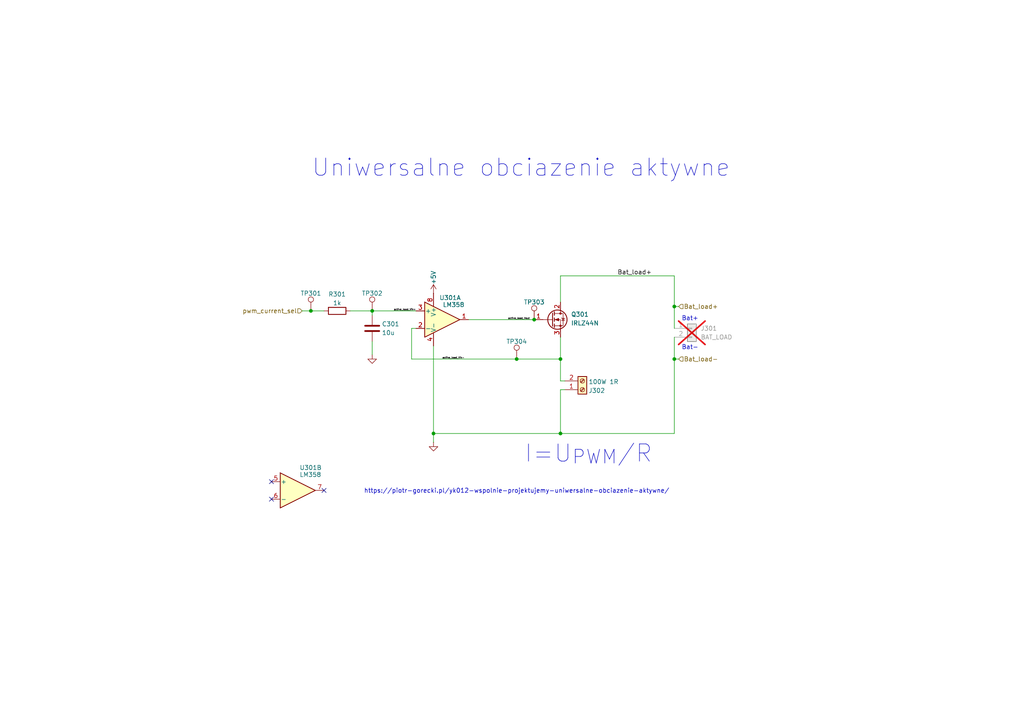
<source format=kicad_sch>
(kicad_sch (version 20250114) (generator "eeschema") (generator_version "9.0")
  (paper "A4")
  (lib_symbols
    (symbol "Amplifier_Operational:LM358" (pin_names (offset 0.127))
      (property "Reference" "U" (at 0 5.08 0))
      (property "Value" "LM358" (at 0 -5.08 0))
      (symbol "LM358_1_1"
        (polyline (pts (xy -5.08 5.08) (xy 5.08 0) (xy -5.08 -5.08) (xy -5.08 5.08)) (stroke (width 0.254)) (fill (type background)))
        (pin input line (at -7.62 2.54 0) (length 2.54) (name "+") (number "3"))
        (pin input line (at -7.62 -2.54 0) (length 2.54) (name "-") (number "2"))
        (pin output line (at 7.62 0 180) (length 2.54) (name "~") (number "1"))
      )
      (symbol "LM358_2_1"
        (polyline (pts (xy -5.08 5.08) (xy 5.08 0) (xy -5.08 -5.08) (xy -5.08 5.08)) (stroke (width 0.254)) (fill (type background)))
        (pin input line (at -7.62 2.54 0) (length 2.54) (name "+") (number "5"))
        (pin input line (at -7.62 -2.54 0) (length 2.54) (name "-") (number "6"))
        (pin output line (at 7.62 0 180) (length 2.54) (name "~") (number "7"))
      )
      (symbol "LM358_3_1"
        (pin power_in line (at -2.54 7.62 270) (length 3.81) (name "V+") (number "8"))
        (pin power_in line (at -2.54 -7.62 90) (length 3.81) (name "V-") (number "4"))
      )
    )
    (symbol "Connector:Screw_Terminal_01x02" (pin_names (offset 1.016) (hide yes))
      (property "Reference" "J" (at 0 2.54 0))
      (property "Value" "Screw_Terminal_01x02" (at 0 -5.08 0))
      (symbol "Screw_Terminal_01x02_1_1"
        (rectangle (start -1.27 1.27) (end 1.27 -3.81) (stroke (width 0.254)) (fill (type background)))
        (polyline (pts (xy -0.5334 0.3302) (xy 0.3302 -0.508)) (stroke (width 0.1524)))
        (polyline (pts (xy -0.5334 -2.2098) (xy 0.3302 -3.048)) (stroke (width 0.1524)))
        (polyline (pts (xy -0.3556 0.508) (xy 0.508 -0.3302)) (stroke (width 0.1524)))
        (polyline (pts (xy -0.3556 -2.032) (xy 0.508 -2.8702)) (stroke (width 0.1524)))
        (circle (center 0 0) (radius 0.635) (stroke (width 0.1524)))
        (circle (center 0 -2.54) (radius 0.635) (stroke (width 0.1524)))
        (pin passive line (at -5.08 0 0) (length 3.81) (name "Pin_1") (number "1"))
        (pin passive line (at -5.08 -2.54 0) (length 3.81) (name "Pin_2") (number "2"))
      )
    )
    (symbol "Connector:TestPoint" (pin_numbers (hide yes)) (pin_names (offset 0.762) (hide yes))
      (property "Reference" "TP" (at 0 6.858 0))
      (property "Value" "TestPoint" (at 0 5.08 0))
      (symbol "TestPoint_0_1"
        (circle (center 0 3.302) (radius 0.762))
      )
      (symbol "TestPoint_1_1"
        (pin passive line (at 0 0 90) (length 2.54) (name "1") (number "1"))
      )
    )
    (symbol "Connector_Generic:Conn_01x02" (pin_names (offset 1.016) (hide yes))
      (property "Reference" "J" (at 0 2.54 0))
      (property "Value" "Conn_01x02" (at 0 -5.08 0))
      (symbol "Conn_01x02_1_1"
        (rectangle (start -1.27 1.27) (end 1.27 -3.81) (stroke (width 0.254)) (fill (type background)))
        (rectangle (start -1.27 0.127) (end 0 -0.127) (stroke (width 0.1524)))
        (rectangle (start -1.27 -2.413) (end 0 -2.667) (stroke (width 0.1524)))
        (pin passive line (at -5.08 0 0) (length 3.81) (name "Pin_1") (number "1"))
        (pin passive line (at -5.08 -2.54 0) (length 3.81) (name "Pin_2") (number "2"))
      )
    )
    (symbol "Device:C" (pin_numbers (hide yes)) (pin_names (offset 0.254))
      (property "Reference" "C" (at 0.635 2.54 0))
      (property "Value" "C" (at 0.635 -2.54 0))
      (symbol "C_0_1"
        (polyline (pts (xy -2.032 0.762) (xy 2.032 0.762)) (stroke (width 0.508)))
        (polyline (pts (xy -2.032 -0.762) (xy 2.032 -0.762)) (stroke (width 0.508)))
      )
      (symbol "C_1_1"
        (pin passive line (at 0 3.81 270) (length 2.794) (name "~") (number "1"))
        (pin passive line (at 0 -3.81 90) (length 2.794) (name "~") (number "2"))
      )
    )
    (symbol "Device:R" (pin_numbers (hide yes)) (pin_names (offset 0))
      (property "Reference" "R" (at 2.032 0 90))
      (property "Value" "R" (at 0 0 90))
      (symbol "R_0_1"
        (rectangle (start -1.016 -2.54) (end 1.016 2.54) (stroke (width 0.254)))
      )
      (symbol "R_1_1"
        (pin passive line (at 0 3.81 270) (length 1.27) (name "~") (number "1"))
        (pin passive line (at 0 -3.81 90) (length 1.27) (name "~") (number "2"))
      )
    )
    (symbol "Transistor_FET:IRLZ44N" (pin_names (hide yes))
      (property "Reference" "Q" (at 5.08 1.905 0))
      (property "Value" "IRLZ44N" (at 5.08 0 0))
      (symbol "IRLZ44N_0_1"
        (polyline (pts (xy 0.254 1.905) (xy 0.254 -1.905)) (stroke (width 0.254)))
        (polyline (pts (xy 0.254 0) (xy -2.54 0)))
        (polyline (pts (xy 0.762 2.286) (xy 0.762 1.27)) (stroke (width 0.254)))
        (polyline (pts (xy 0.762 0.508) (xy 0.762 -0.508)) (stroke (width 0.254)))
        (polyline (pts (xy 0.762 -1.27) (xy 0.762 -2.286)) (stroke (width 0.254)))
        (polyline (pts (xy 0.762 -1.778) (xy 3.302 -1.778) (xy 3.302 1.778) (xy 0.762 1.778)))
        (polyline (pts (xy 1.016 0) (xy 2.032 0.381) (xy 2.032 -0.381) (xy 1.016 0)) (fill (type outline)))
        (circle (center 1.651 0) (radius 2.794) (stroke (width 0.254)))
        (polyline (pts (xy 2.54 2.54) (xy 2.54 1.778)))
        (circle (center 2.54 1.778) (radius 0.254) (fill (type outline)))
        (circle (center 2.54 -1.778) (radius 0.254) (fill (type outline)))
        (polyline (pts (xy 2.54 -2.54) (xy 2.54 0) (xy 0.762 0)))
        (polyline (pts (xy 2.794 0.508) (xy 2.921 0.381) (xy 3.683 0.381) (xy 3.81 0.254)))
        (polyline (pts (xy 3.302 0.381) (xy 2.921 -0.254) (xy 3.683 -0.254) (xy 3.302 0.381)))
      )
      (symbol "IRLZ44N_1_1"
        (pin input line (at -5.08 0 0) (length 2.54) (name "G") (number "1"))
        (pin passive line (at 2.54 5.08 270) (length 2.54) (name "D") (number "2"))
        (pin passive line (at 2.54 -5.08 90) (length 2.54) (name "S") (number "3"))
      )
    )
    (symbol "power:+5V" (power) (pin_numbers (hide yes)) (pin_names (offset 0) (hide yes))
      (property "Value" "+5V" (at 0 3.556 0))
      (symbol "+5V_0_1"
        (polyline (pts (xy -0.762 1.27) (xy 0 2.54)))
        (polyline (pts (xy 0 2.54) (xy 0.762 1.27)))
        (polyline (pts (xy 0 0) (xy 0 2.54)))
      )
      (symbol "+5V_1_1"
        (pin power_in line (at 0 0 90) (length 0) (name "~") (number "1"))
      )
    )
    (symbol "power:GND" (power) (pin_numbers (hide yes)) (pin_names (offset 0) (hide yes))
      (property "Value" "GND" (at 0 -3.81 0))
      (symbol "GND_0_1"
        (polyline (pts (xy 0 0) (xy 0 -1.27) (xy 1.27 -1.27) (xy 0 -2.54) (xy -1.27 -1.27) (xy 0 -1.27)))
      )
      (symbol "GND_1_1"
        (pin power_in line (at 0 0 270) (length 0) (name "~") (number "1"))
      )
    )
  )
  (text "Uniwersalne obciazenie aktywne" (at 151.13 48.768 0) (effects (font (size 5 5))))
  (text "Bat-" (at 200.152 100.838 0) (effects (font (size 1.27 1.27))))
  (text "I=U_{PWM}/R\n" (at 170.688 134.62 0) (effects (font (size 5 5)) (justify bottom)))
  (text "https://piotr-gorecki.pl/yk012-wspolnie-projektujemy-uniwersalne-obciazenie-aktywne/" (at 149.86 142.494 0) (effects (font (size 1.27 1.27))))
  (text "Bat+" (at 200.152 92.456 0) (effects (font (size 1.27 1.27))))
  (junction (at 149.86 104.14))
  (junction (at 195.58 88.9))
  (junction (at 107.95 90.17))
  (junction (at 154.94 92.71))
  (junction (at 125.73 125.73))
  (junction (at 162.56 104.14))
  (junction (at 195.58 104.14))
  (junction (at 90.17 90.17))
  (junction (at 162.56 125.73))
  (no_connect (at 78.74 144.78))
  (no_connect (at 78.74 139.7))
  (no_connect (at 93.98 142.24))
  (wire (pts (xy 162.56 125.73) (xy 195.58 125.73)))
  (wire (pts (xy 195.58 88.9) (xy 195.58 80.01)))
  (wire (pts (xy 107.95 99.06) (xy 107.95 102.87)))
  (wire (pts (xy 149.86 104.14) (xy 162.56 104.14)))
  (wire (pts (xy 195.58 88.9) (xy 196.85 88.9)))
  (wire (pts (xy 125.73 125.73) (xy 125.73 128.27)))
  (wire (pts (xy 195.58 104.14) (xy 196.85 104.14)))
  (wire (pts (xy 107.95 91.44) (xy 107.95 90.17)))
  (wire (pts (xy 162.56 97.79) (xy 162.56 104.14)))
  (wire (pts (xy 162.56 104.14) (xy 162.56 110.49)))
  (wire (pts (xy 90.17 90.17) (xy 93.98 90.17)))
  (wire (pts (xy 135.89 92.71) (xy 154.94 92.71)))
  (wire (pts (xy 195.58 95.25) (xy 195.58 88.9)))
  (wire (pts (xy 125.73 100.33) (xy 125.73 125.73)))
  (wire (pts (xy 195.58 104.14) (xy 195.58 125.73)))
  (wire (pts (xy 101.6 90.17) (xy 107.95 90.17)))
  (wire (pts (xy 162.56 110.49) (xy 163.83 110.49)))
  (wire (pts (xy 195.58 97.79) (xy 195.58 104.14)))
  (wire (pts (xy 162.56 113.03) (xy 163.83 113.03)))
  (wire (pts (xy 119.38 104.14) (xy 149.86 104.14)))
  (wire (pts (xy 87.63 90.17) (xy 90.17 90.17)))
  (wire (pts (xy 162.56 80.01) (xy 195.58 80.01)))
  (wire (pts (xy 107.95 90.17) (xy 120.65 90.17)))
  (wire (pts (xy 125.73 125.73) (xy 162.56 125.73)))
  (wire (pts (xy 119.38 104.14) (xy 119.38 95.25)))
  (wire (pts (xy 162.56 80.01) (xy 162.56 87.63)))
  (wire (pts (xy 119.38 95.25) (xy 120.65 95.25)))
  (wire (pts (xy 162.56 113.03) (xy 162.56 125.73)))
  (label "Bat_load+" (at 179.07 80.01 0))
  (label "active_load_Vin+" (at 120.65 90.17 180) (effects (font (size 0.5 0.5))))
  (label "active_load_Vin-" (at 128.27 104.14 0) (effects (font (size 0.5 0.5))))
  (label "active_load_Vout" (at 147.32 92.71 0) (effects (font (size 0.5 0.5))))
  (hierarchical_label "Bat_load+" (shape input) (at 196.85 88.9 0))
  (hierarchical_label "pwm_current_sel" (shape input) (at 87.63 90.17 180))
  (hierarchical_label "Bat_load-" (shape input) (at 196.85 104.14 0))
  (symbol (lib_id "Connector:TestPoint") (at 107.95 90.17 0) (unit 1) (in_bom no)
    (property "Reference" "TP302" (at 107.95 85.09 0))
    (property "Value" "TestPoint" (effects (hide yes)))
    (property "Footprint" "TestPoint:TestPoint_THTPad_D1.5mm_Drill0.7mm" (effects (hide yes)))
    (property "Description" "test point" (effects (hide yes)))
  )
  (symbol (lib_id "power:GND") (at 107.95 102.87 0) (unit 1)
    (property "Reference" "#PWR0302" (effects (hide yes)))
    (property "Value" "GND" (effects (hide yes)))
    (property "Description" "Power symbol creates a global label with name \"GND\" , ground" (effects (hide yes)))
  )
  (symbol (lib_id "Device:R") (at 97.79 90.17 90) (unit 1)
    (property "Reference" "R301" (at 97.79 85.344 90))
    (property "Value" "1k" (at 97.79 87.884 90))
    (property "Footprint" "Resistor_SMD:R_0805_2012Metric" (effects (hide yes)))
    (property "Description" "Resistor" (effects (hide yes)))
    (property "JLCPCB Part" "C17513" (effects (hide yes)))
    (property "Link" "https://jlcpcb.com/partdetail/18201-0805W8F1001T5E/C17513" (effects (hide yes)))
    (property "MFR Part" "0805W8F1001T5E" (effects (hide yes)))
    (property "Manufacturer" "UNI-ROYAL(Uniroyal Elec)" (effects (hide yes)))
  )
  (symbol (lib_id "Amplifier_Operational:LM358") (at 86.36 142.24 0) (unit 2)
    (property "Reference" "U301" (at 86.868 135.636 0) (effects (justify left)))
    (property "Value" "LM358" (at 86.868 137.668 0) (effects (justify left)))
    (property "Footprint" "Package_SO:SOIC-8_3.9x4.9mm_P1.27mm" (effects (hide yes)))
    (property "Datasheet" "http://www.ti.com/lit/ds/symlink/lm2904-n.pdf" (effects (hide yes)))
    (property "Description" "Low-Power, Dual Operational Amplifiers, DIP-8/SOIC-8/TO-99-8" (effects (hide yes)))
    (property "JLCPCB Part" "C7950 " (effects (hide yes)))
    (property "Link" "https://jlcpcb.com/partdetail/onsemi-LM358DR2G/C7950" (effects (hide yes)))
    (property "MFR Part" "LM358DR2G" (effects (hide yes)))
    (property "Manufacturer" "onsemi " (effects (hide yes)))
  )
  (symbol (lib_id "Connector_Generic:Conn_01x02") (at 200.66 95.25 0) (unit 1) (in_bom no) (dnp yes)
    (property "Reference" "J301" (at 203.2 95.2499 0) (effects (justify left)))
    (property "Value" "BAT_LOAD" (at 203.2 97.7899 0) (effects (justify left)))
    (property "Footprint" "TerminalBlock:TerminalBlock_MaiXu_MX126-5.0-02P_1x02_P5.00mm" (effects (hide yes)))
    (property "Description" "Generic connector, single row, 01x02, script generated (kicad-library-utils/schlib/autogen/connector/)" (effects (hide yes)))
  )
  (symbol (lib_id "power:GND") (at 125.73 128.27 0) (unit 1)
    (property "Reference" "#PWR0303" (effects (hide yes)))
    (property "Value" "GND" (effects (hide yes)))
    (property "Description" "Power symbol creates a global label with name \"GND\" , ground" (effects (hide yes)))
  )
  (symbol (lib_id "Connector:TestPoint") (at 90.17 90.17 0) (unit 1) (in_bom no)
    (property "Reference" "TP301" (at 90.17 85.09 0))
    (property "Value" "TestPoint" (effects (hide yes)))
    (property "Footprint" "TestPoint:TestPoint_THTPad_D1.5mm_Drill0.7mm" (effects (hide yes)))
    (property "Description" "test point" (effects (hide yes)))
  )
  (symbol (lib_id "Transistor_FET:IRLZ44N") (at 160.02 92.71 0) (unit 1)
    (property "Reference" "Q301" (at 165.608 91.186 0) (effects (justify left)))
    (property "Value" "IRLZ44N" (at 165.608 93.726 0) (effects (justify left)))
    (property "Footprint" "Package_TO_SOT_THT:TO-220-3_Vertical" (effects (hide yes)))
    (property "Datasheet" "http://www.irf.com/product-info/datasheets/data/irlz44n.pdf" (effects (hide yes)))
    (property "Description" "47A Id, 55V Vds, 22mOhm Rds Single N-Channel HEXFET Power MOSFET, TO-220AB" (effects (hide yes)))
    (property "JLCPCB Part" " C38774" (effects (hide yes)))
    (property "Link" "https://jlcpcb.com/partdetail/InfineonTechnologies-IRLZ44NPBF/C38774" (effects (hide yes)))
    (property "MFR Part" " IRLZ44NPBF" (effects (hide yes)))
    (property "Manufacturer" " Infineon Technologies" (effects (hide yes)))
  )
  (symbol (lib_id "Amplifier_Operational:LM358") (at 128.27 92.71 0) (unit 1)
    (property "Reference" "U301" (at 130.556 86.36 0))
    (property "Value" "LM358" (at 131.572 88.392 0))
    (property "Footprint" "Package_SO:SOIC-8_3.9x4.9mm_P1.27mm" (effects (hide yes)))
    (property "Datasheet" "http://www.ti.com/lit/ds/symlink/lm2904-n.pdf" (effects (hide yes)))
    (property "Description" "Low-Power, Dual Operational Amplifiers, DIP-8/SOIC-8/TO-99-8" (effects (hide yes)))
    (property "JLCPCB Part" "C7950 " (effects (hide yes)))
    (property "Link" "https://jlcpcb.com/partdetail/onsemi-LM358DR2G/C7950" (effects (hide yes)))
    (property "MFR Part" "LM358DR2G" (effects (hide yes)))
    (property "Manufacturer" "onsemi " (effects (hide yes)))
  )
  (symbol (lib_id "Connector:TestPoint") (at 149.86 104.14 0) (unit 1) (in_bom no)
    (property "Reference" "TP304" (at 149.86 99.06 0))
    (property "Value" "TestPoint" (effects (hide yes)))
    (property "Footprint" "TestPoint:TestPoint_THTPad_D1.5mm_Drill0.7mm" (effects (hide yes)))
    (property "Description" "test point" (effects (hide yes)))
  )
  (symbol (lib_id "power:+5V") (at 125.73 85.09 0) (unit 1)
    (property "Reference" "#PWR0301" (effects (hide yes)))
    (property "Value" "+5V" (at 125.73 80.518 90))
    (property "Description" "Power symbol creates a global label with name \"+5V\"" (effects (hide yes)))
  )
  (symbol (lib_id "Connector:TestPoint") (at 154.94 92.71 0) (unit 1) (in_bom no)
    (property "Reference" "TP303" (at 154.94 87.63 0))
    (property "Value" "TestPoint" (effects (hide yes)))
    (property "Footprint" "TestPoint:TestPoint_THTPad_D1.5mm_Drill0.7mm" (effects (hide yes)))
    (property "Description" "test point" (effects (hide yes)))
  )
  (symbol (lib_id "Device:C") (at 107.95 95.25 0) (unit 1)
    (property "Reference" "C301" (at 110.744 93.98 0) (effects (justify left)))
    (property "Value" "10u" (at 110.744 96.52 0) (effects (justify left)))
    (property "Footprint" "Capacitor_SMD:C_1206_3216Metric" (effects (hide yes)))
    (property "Description" "Unpolarized capacitor" (effects (hide yes)))
    (property "JLCPCB Part" "C1849" (effects (hide yes)))
    (property "Link" "https://jlcpcb.com/partdetail/2201-CL31A106KOHNNNE/C1849" (effects (hide yes)))
    (property "MFR Part" "CL31A106KOHNNNE " (effects (hide yes)))
    (property "Manufacturer" "Samsung Electro-Mechanics " (effects (hide yes)))
  )
  (symbol (lib_id "Amplifier_Operational:LM358") (at 128.27 92.71 0) (unit 3)
    (property "Reference" "U301" (effects (hide yes)))
    (property "Value" "LM358" (effects (hide yes)))
    (property "Footprint" "Package_SO:SOIC-8_3.9x4.9mm_P1.27mm" (effects (hide yes)))
    (property "Datasheet" "http://www.ti.com/lit/ds/symlink/lm2904-n.pdf" (effects (hide yes)))
    (property "Description" "Low-Power, Dual Operational Amplifiers, DIP-8/SOIC-8/TO-99-8" (effects (hide yes)))
    (property "JLCPCB Part" "C7950 " (effects (hide yes)))
    (property "Link" "https://jlcpcb.com/partdetail/onsemi-LM358DR2G/C7950" (effects (hide yes)))
    (property "MFR Part" "LM358DR2G" (effects (hide yes)))
    (property "Manufacturer" "onsemi " (effects (hide yes)))
  )
  (symbol (lib_id "Connector:Screw_Terminal_01x02") (at 168.91 113.03 0) (mirror x) (unit 1) (in_bom no)
    (property "Reference" "J302" (at 170.688 113.284 0) (effects (justify left)))
    (property "Value" "100W 1R" (at 170.688 110.744 0) (effects (justify left)))
    (property "Footprint" "TerminalBlock_Phoenix:TerminalBlock_Phoenix_MKDS-1,5-2_1x02_P5.00mm_Horizontal" (effects (hide yes)))
    (property "Description" "Generic screw terminal, single row, 01x02, script generated (kicad-library-utils/schlib/autogen/connector/)" (effects (hide yes)))
  )
)
</source>
